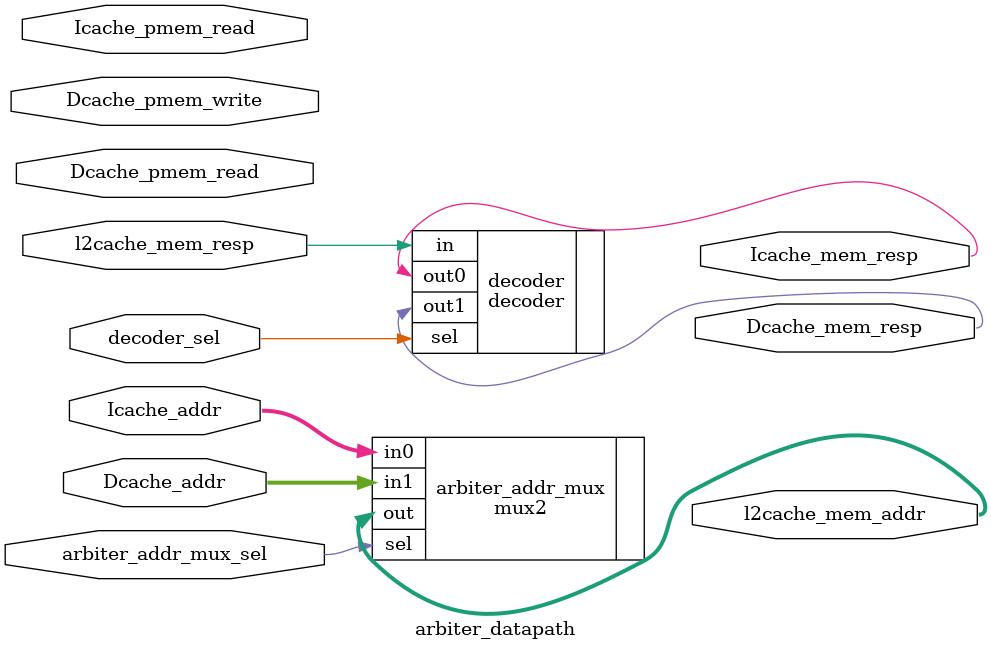
<source format=sv>
module arbiter_datapath
(
	input [31:0] Icache_addr,
	input Icache_pmem_read,
	
	input Dcache_pmem_read,
	input Dcache_pmem_write,
	input [31:0] Dcache_addr,
	
	input l2cache_mem_resp,
	
	input decoder_sel,
	input arbiter_addr_mux_sel,
	
	output logic Icache_mem_resp,
	output logic Dcache_mem_resp,
	output logic [31:0] l2cache_mem_addr
);

mux2 arbiter_addr_mux
(
	.sel(arbiter_addr_mux_sel),
	.in0(Icache_addr),
	.in1(Dcache_addr),
	.out(l2cache_mem_addr)
);

decoder decoder
(
	.sel(decoder_sel),
	.in(l2cache_mem_resp),
	.out0(Icache_mem_resp),
	.out1(Dcache_mem_resp)
);

endmodule : arbiter_datapath
</source>
